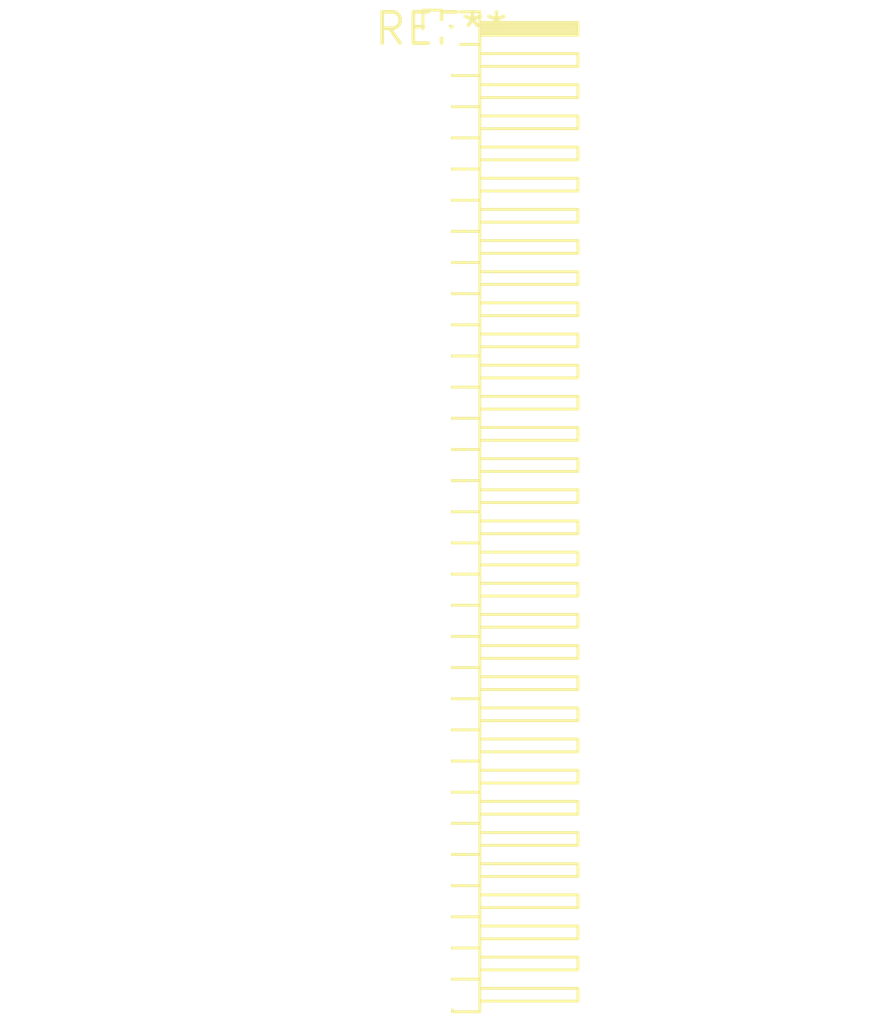
<source format=kicad_pcb>
(kicad_pcb (version 20240108) (generator pcbnew)
  (layers (0 "F.Cu" signal) (31 "B.Cu" signal) (34 "B.Paste" user) (35 "F.Paste" user) (36 "B.SilkS" user "B.Silkscreen") (37 "F.SilkS" user "F.Silkscreen") (38 "B.Mask" user) (39 "F.Mask" user) (44 "Edge.Cuts" user))
  (net 0 "")
  (footprint "PinHeader_1x32_P1.27mm_Horizontal" (layer "F.Cu") (at 0 0)
    (property "Reference" "REF**")
    (property "Value" "PinHeader_1x32_P1.27mm_Horizontal")
    (fp_line (start -0.76 -0.76) (end 0 -0.76) (layer "F.SilkS") (stroke (width 0.12)))
    (fp_line (start -0.76 0) (end -0.76 -0.76) (layer "F.SilkS") (stroke (width 0.12)))
    (fp_line (start 0.44 1.889677) (end 0.44 1.920323) (layer "F.SilkS") (stroke (width 0.12)))
    (fp_line (start 0.44 1.905) (end 1.56 1.905) (layer "F.SilkS") (stroke (width 0.12)))
    (fp_line (start 0.44 3.159677) (end 0.44 3.190323) (layer "F.SilkS") (stroke (width 0.12)))
    (fp_line (start 0.44 3.175) (end 1.56 3.175) (layer "F.SilkS") (stroke (width 0.12)))
    (fp_line (start 0.44 4.429677) (end 0.44 4.460323) (layer "F.SilkS") (stroke (width 0.12)))
    (fp_line (start 0.44 4.445) (end 1.56 4.445) (layer "F.SilkS") (stroke (width 0.12)))
    (fp_line (start 0.44 5.699677) (end 0.44 5.730323) (layer "F.SilkS") (stroke (width 0.12)))
    (fp_line (start 0.44 5.715) (end 1.56 5.715) (layer "F.SilkS") (stroke (width 0.12)))
    (fp_line (start 0.44 6.969677) (end 0.44 7.000323) (layer "F.SilkS") (stroke (width 0.12)))
    (fp_line (start 0.44 6.985) (end 1.56 6.985) (layer "F.SilkS") (stroke (width 0.12)))
    (fp_line (start 0.44 8.239677) (end 0.44 8.270323) (layer "F.SilkS") (stroke (width 0.12)))
    (fp_line (start 0.44 8.255) (end 1.56 8.255) (layer "F.SilkS") (stroke (width 0.12)))
    (fp_line (start 0.44 9.509677) (end 0.44 9.540323) (layer "F.SilkS") (stroke (width 0.12)))
    (fp_line (start 0.44 9.525) (end 1.56 9.525) (layer "F.SilkS") (stroke (width 0.12)))
    (fp_line (start 0.44 10.779677) (end 0.44 10.810323) (layer "F.SilkS") (stroke (width 0.12)))
    (fp_line (start 0.44 10.795) (end 1.56 10.795) (layer "F.SilkS") (stroke (width 0.12)))
    (fp_line (start 0.44 12.049677) (end 0.44 12.080323) (layer "F.SilkS") (stroke (width 0.12)))
    (fp_line (start 0.44 12.065) (end 1.56 12.065) (layer "F.SilkS") (stroke (width 0.12)))
    (fp_line (start 0.44 13.319677) (end 0.44 13.350323) (layer "F.SilkS") (stroke (width 0.12)))
    (fp_line (start 0.44 13.335) (end 1.56 13.335) (layer "F.SilkS") (stroke (width 0.12)))
    (fp_line (start 0.44 14.589677) (end 0.44 14.620323) (layer "F.SilkS") (stroke (width 0.12)))
    (fp_line (start 0.44 14.605) (end 1.56 14.605) (layer "F.SilkS") (stroke (width 0.12)))
    (fp_line (start 0.44 15.859677) (end 0.44 15.890323) (layer "F.SilkS") (stroke (width 0.12)))
    (fp_line (start 0.44 15.875) (end 1.56 15.875) (layer "F.SilkS") (stroke (width 0.12)))
    (fp_line (start 0.44 17.129677) (end 0.44 17.160323) (layer "F.SilkS") (stroke (width 0.12)))
    (fp_line (start 0.44 17.145) (end 1.56 17.145) (layer "F.SilkS") (stroke (width 0.12)))
    (fp_line (start 0.44 18.399677) (end 0.44 18.430323) (layer "F.SilkS") (stroke (width 0.12)))
    (fp_line (start 0.44 18.415) (end 1.56 18.415) (layer "F.SilkS") (stroke (width 0.12)))
    (fp_line (start 0.44 19.669677) (end 0.44 19.700323) (layer "F.SilkS") (stroke (width 0.12)))
    (fp_line (start 0.44 19.685) (end 1.56 19.685) (layer "F.SilkS") (stroke (width 0.12)))
    (fp_line (start 0.44 20.939677) (end 0.44 20.970323) (layer "F.SilkS") (stroke (width 0.12)))
    (fp_line (start 0.44 20.955) (end 1.56 20.955) (layer "F.SilkS") (stroke (width 0.12)))
    (fp_line (start 0.44 22.209677) (end 0.44 22.240323) (layer "F.SilkS") (stroke (width 0.12)))
    (fp_line (start 0.44 22.225) (end 1.56 22.225) (layer "F.SilkS") (stroke (width 0.12)))
    (fp_line (start 0.44 23.479677) (end 0.44 23.510323) (layer "F.SilkS") (stroke (width 0.12)))
    (fp_line (start 0.44 23.495) (end 1.56 23.495) (layer "F.SilkS") (stroke (width 0.12)))
    (fp_line (start 0.44 24.749677) (end 0.44 24.780323) (layer "F.SilkS") (stroke (width 0.12)))
    (fp_line (start 0.44 24.765) (end 1.56 24.765) (layer "F.SilkS") (stroke (width 0.12)))
    (fp_line (start 0.44 26.019677) (end 0.44 26.050323) (layer "F.SilkS") (stroke (width 0.12)))
    (fp_line (start 0.44 26.035) (end 1.56 26.035) (layer "F.SilkS") (stroke (width 0.12)))
    (fp_line (start 0.44 27.289677) (end 0.44 27.320323) (layer "F.SilkS") (stroke (width 0.12)))
    (fp_line (start 0.44 27.305) (end 1.56 27.305) (layer "F.SilkS") (stroke (width 0.12)))
    (fp_line (start 0.44 28.559677) (end 0.44 28.590323) (layer "F.SilkS") (stroke (width 0.12)))
    (fp_line (start 0.44 28.575) (end 1.56 28.575) (layer "F.SilkS") (stroke (width 0.12)))
    (fp_line (start 0.44 29.829677) (end 0.44 29.860323) (layer "F.SilkS") (stroke (width 0.12)))
    (fp_line (start 0.44 29.845) (end 1.56 29.845) (layer "F.SilkS") (stroke (width 0.12)))
    (fp_line (start 0.44 31.099677) (end 0.44 31.130323) (layer "F.SilkS") (stroke (width 0.12)))
    (fp_line (start 0.44 31.115) (end 1.56 31.115) (layer "F.SilkS") (stroke (width 0.12)))
    (fp_line (start 0.44 32.369677) (end 0.44 32.400323) (layer "F.SilkS") (stroke (width 0.12)))
    (fp_line (start 0.44 32.385) (end 1.56 32.385) (layer "F.SilkS") (stroke (width 0.12)))
    (fp_line (start 0.44 33.639677) (end 0.44 33.670323) (layer "F.SilkS") (stroke (width 0.12)))
    (fp_line (start 0.44 33.655) (end 1.56 33.655) (layer "F.SilkS") (stroke (width 0.12)))
    (fp_line (start 0.44 34.909677) (end 0.44 34.940323) (layer "F.SilkS") (stroke (width 0.12)))
    (fp_line (start 0.44 34.925) (end 1.56 34.925) (layer "F.SilkS") (stroke (width 0.12)))
    (fp_line (start 0.44 36.179677) (end 0.44 36.210323) (layer "F.SilkS") (stroke (width 0.12)))
    (fp_line (start 0.44 36.195) (end 1.56 36.195) (layer "F.SilkS") (stroke (width 0.12)))
    (fp_line (start 0.44 37.449677) (end 0.44 37.480323) (layer "F.SilkS") (stroke (width 0.12)))
    (fp_line (start 0.44 37.465) (end 1.56 37.465) (layer "F.SilkS") (stroke (width 0.12)))
    (fp_line (start 0.44 38.719677) (end 0.44 38.750323) (layer "F.SilkS") (stroke (width 0.12)))
    (fp_line (start 0.44 38.735) (end 1.56 38.735) (layer "F.SilkS") (stroke (width 0.12)))
    (fp_line (start 0.44 40.065) (end 0.44 39.989677) (layer "F.SilkS") (stroke (width 0.12)))
    (fp_line (start 0.76 -0.695) (end 1.56 -0.695) (layer "F.SilkS") (stroke (width 0.12)))
    (fp_line (start 0.76 0.635) (end 1.56 0.635) (layer "F.SilkS") (stroke (width 0.12)))
    (fp_line (start 1.56 -0.695) (end 1.56 40.065) (layer "F.SilkS") (stroke (width 0.12)))
    (fp_line (start 1.56 -0.26) (end 5.56 -0.26) (layer "F.SilkS") (stroke (width 0.12)))
    (fp_line (start 1.56 -0.2) (end 5.56 -0.2) (layer "F.SilkS") (stroke (width 0.12)))
    (fp_line (start 1.56 -0.08) (end 5.56 -0.08) (layer "F.SilkS") (stroke (width 0.12)))
    (fp_line (start 1.56 0.04) (end 5.56 0.04) (layer "F.SilkS") (stroke (width 0.12)))
    (fp_line (start 1.56 0.16) (end 5.56 0.16) (layer "F.SilkS") (stroke (width 0.12)))
    (fp_line (start 1.56 1.01) (end 5.56 1.01) (layer "F.SilkS") (stroke (width 0.12)))
    (fp_line (start 1.56 2.28) (end 5.56 2.28) (layer "F.SilkS") (stroke (width 0.12)))
    (fp_line (start 1.56 3.55) (end 5.56 3.55) (layer "F.SilkS") (stroke (width 0.12)))
    (fp_line (start 1.56 4.82) (end 5.56 4.82) (layer "F.SilkS") (stroke (width 0.12)))
    (fp_line (start 1.56 6.09) (end 5.56 6.09) (layer "F.SilkS") (stroke (width 0.12)))
    (fp_line (start 1.56 7.36) (end 5.56 7.36) (layer "F.SilkS") (stroke (width 0.12)))
    (fp_line (start 1.56 8.63) (end 5.56 8.63) (layer "F.SilkS") (stroke (width 0.12)))
    (fp_line (start 1.56 9.9) (end 5.56 9.9) (layer "F.SilkS") (stroke (width 0.12)))
    (fp_line (start 1.56 11.17) (end 5.56 11.17) (layer "F.SilkS") (stroke (width 0.12)))
    (fp_line (start 1.56 12.44) (end 5.56 12.44) (layer "F.SilkS") (stroke (width 0.12)))
    (fp_line (start 1.56 13.71) (end 5.56 13.71) (layer "F.SilkS") (stroke (width 0.12)))
    (fp_line (start 1.56 14.98) (end 5.56 14.98) (layer "F.SilkS") (stroke (width 0.12)))
    (fp_line (start 1.56 16.25) (end 5.56 16.25) (layer "F.SilkS") (stroke (width 0.12)))
    (fp_line (start 1.56 17.52) (end 5.56 17.52) (layer "F.SilkS") (stroke (width 0.12)))
    (fp_line (start 1.56 18.79) (end 5.56 18.79) (layer "F.SilkS") (stroke (width 0.12)))
    (fp_line (start 1.56 20.06) (end 5.56 20.06) (layer "F.SilkS") (stroke (width 0.12)))
    (fp_line (start 1.56 21.33) (end 5.56 21.33) (layer "F.SilkS") (stroke (width 0.12)))
    (fp_line (start 1.56 22.6) (end 5.56 22.6) (layer "F.SilkS") (stroke (width 0.12)))
    (fp_line (start 1.56 23.87) (end 5.56 23.87) (layer "F.SilkS") (stroke (width 0.12)))
    (fp_line (start 1.56 25.14) (end 5.56 25.14) (layer "F.SilkS") (stroke (width 0.12)))
    (fp_line (start 1.56 26.41) (end 5.56 26.41) (layer "F.SilkS") (stroke (width 0.12)))
    (fp_line (start 1.56 27.68) (end 5.56 27.68) (layer "F.SilkS") (stroke (width 0.12)))
    (fp_line (start 1.56 28.95) (end 5.56 28.95) (layer "F.SilkS") (stroke (width 0.12)))
    (fp_line (start 1.56 30.22) (end 5.56 30.22) (layer "F.SilkS") (stroke (width 0.12)))
    (fp_line (start 1.56 31.49) (end 5.56 31.49) (layer "F.SilkS") (stroke (width 0.12)))
    (fp_line (start 1.56 32.76) (end 5.56 32.76) (layer "F.SilkS") (stroke (width 0.12)))
    (fp_line (start 1.56 34.03) (end 5.56 34.03) (layer "F.SilkS") (stroke (width 0.12)))
    (fp_line (start 1.56 35.3) (end 5.56 35.3) (layer "F.SilkS") (stroke (width 0.12)))
    (fp_line (start 1.56 36.57) (end 5.56 36.57) (layer "F.SilkS") (stroke (width 0.12)))
    (fp_line (start 1.56 37.84) (end 5.56 37.84) (layer "F.SilkS") (stroke (width 0.12)))
    (fp_line (start 1.56 39.11) (end 5.56 39.11) (layer "F.SilkS") (stroke (width 0.12)))
    (fp_line (start 1.56 40.065) (end 0.44 40.065) (layer "F.SilkS") (stroke (width 0.12)))
    (fp_line (start 5.56 -0.26) (end 5.56 0.26) (layer "F.SilkS") (stroke (width 0.12)))
    (fp_line (start 5.56 0.26) (end 1.56 0.26) (layer "F.SilkS") (stroke (width 0.12)))
    (fp_line (start 5.56 1.01) (end 5.56 1.53) (layer "F.SilkS") (stroke (width 0.12)))
    (fp_line (start 5.56 1.53) (end 1.56 1.53) (layer "F.SilkS") (stroke (width 0.12)))
    (fp_line (start 5.56 2.28) (end 5.56 2.8) (layer "F.SilkS") (stroke (width 0.12)))
    (fp_line (start 5.56 2.8) (end 1.56 2.8) (layer "F.SilkS") (stroke (width 0.12)))
    (fp_line (start 5.56 3.55) (end 5.56 4.07) (layer "F.SilkS") (stroke (width 0.12)))
    (fp_line (start 5.56 4.07) (end 1.56 4.07) (layer "F.SilkS") (stroke (width 0.12)))
    (fp_line (start 5.56 4.82) (end 5.56 5.34) (layer "F.SilkS") (stroke (width 0.12)))
    (fp_line (start 5.56 5.34) (end 1.56 5.34) (layer "F.SilkS") (stroke (width 0.12)))
    (fp_line (start 5.56 6.09) (end 5.56 6.61) (layer "F.SilkS") (stroke (width 0.12)))
    (fp_line (start 5.56 6.61) (end 1.56 6.61) (layer "F.SilkS") (stroke (width 0.12)))
    (fp_line (start 5.56 7.36) (end 5.56 7.88) (layer "F.SilkS") (stroke (width 0.12)))
    (fp_line (start 5.56 7.88) (end 1.56 7.88) (layer "F.SilkS") (stroke (width 0.12)))
    (fp_line (start 5.56 8.63) (end 5.56 9.15) (layer "F.SilkS") (stroke (width 0.12)))
    (fp_line (start 5.56 9.15) (end 1.56 9.15) (layer "F.SilkS") (stroke (width 0.12)))
    (fp_line (start 5.56 9.9) (end 5.56 10.42) (layer "F.SilkS") (stroke (width 0.12)))
    (fp_line (start 5.56 10.42) (end 1.56 10.42) (layer "F.SilkS") (stroke (width 0.12)))
    (fp_line (start 5.56 11.17) (end 5.56 11.69) (layer "F.SilkS") (stroke (width 0.12)))
    (fp_line (start 5.56 11.69) (end 1.56 11.69) (layer "F.SilkS") (stroke (width 0.12)))
    (fp_line (start 5.56 12.44) (end 5.56 12.96) (layer "F.SilkS") (stroke (width 0.12)))
    (fp_line (start 5.56 12.96) (end 1.56 12.96) (layer "F.SilkS") (stroke (width 0.12)))
    (fp_line (start 5.56 13.71) (end 5.56 14.23) (layer "F.SilkS") (stroke (width 0.12)))
    (fp_line (start 5.56 14.23) (end 1.56 14.23) (layer "F.SilkS") (stroke (width 0.12)))
    (fp_line (start 5.56 14.98) (end 5.56 15.5) (layer "F.SilkS") (stroke (width 0.12)))
    (fp_line (start 5.56 15.5) (end 1.56 15.5) (layer "F.SilkS") (stroke (width 0.12)))
    (fp_line (start 5.56 16.25) (end 5.56 16.77) (layer "F.SilkS") (stroke (width 0.12)))
    (fp_line (start 5.56 16.77) (end 1.56 16.77) (layer "F.SilkS") (stroke (width 0.12)))
    (fp_line (start 5.56 17.52) (end 5.56 18.04) (layer "F.SilkS") (stroke (width 0.12)))
    (fp_line (start 5.56 18.04) (end 1.56 18.04) (layer "F.SilkS") (stroke (width 0.12)))
    (fp_line (start 5.56 18.79) (end 5.56 19.31) (layer "F.SilkS") (stroke (width 0.12)))
    (fp_line (start 5.56 19.31) (end 1.56 19.31) (layer "F.SilkS") (stroke (width 0.12)))
    (fp_line (start 5.56 20.06) (end 5.56 20.58) (layer "F.SilkS") (stroke (width 0.12)))
    (fp_line (start 5.56 20.58) (end 1.56 20.58) (layer "F.SilkS") (stroke (width 0.12)))
    (fp_line (start 5.56 21.33) (end 5.56 21.85) (layer "F.SilkS") (stroke (width 0.12)))
    (fp_line (start 5.56 21.85) (end 1.56 21.85) (layer "F.SilkS") (stroke (width 0.12)))
    (fp_line (start 5.56 22.6) (end 5.56 23.12) (layer "F.SilkS") (stroke (width 0.12)))
    (fp_line (start 5.56 23.12) (end 1.56 23.12) (layer "F.SilkS") (stroke (width 0.12)))
    (fp_line (start 5.56 23.87) (end 5.56 24.39) (layer "F.SilkS") (stroke (width 0.12)))
    (fp_line (start 5.56 24.39) (end 1.56 24.39) (layer "F.SilkS") (stroke (width 0.12)))
    (fp_line (start 5.56 25.14) (end 5.56 25.66) (layer "F.SilkS") (stroke (width 0.12)))
    (fp_line (start 5.56 25.66) (end 1.56 25.66) (layer "F.SilkS") (stroke (width 0.12)))
    (fp_line (start 5.56 26.41) (end 5.56 26.93) (layer "F.SilkS") (stroke (width 0.12)))
    (fp_line (start 5.56 26.93) (end 1.56 26.93) (layer "F.SilkS") (stroke (width 0.12)))
    (fp_line (start 5.56 27.68) (end 5.56 28.2) (layer "F.SilkS") (stroke (width 0.12)))
    (fp_line (start 5.56 28.2) (end 1.56 28.2) (layer "F.SilkS") (stroke (width 0.12)))
    (fp_line (start 5.56 28.95) (end 5.56 29.47) (layer "F.SilkS") (stroke (width 0.12)))
    (fp_line (start 5.56 29.47) (end 1.56 29.47) (layer "F.SilkS") (stroke (width 0.12)))
    (fp_line (start 5.56 30.22) (end 5.56 30.74) (layer "F.SilkS") (stroke (width 0.12)))
    (fp_line (start 5.56 30.74) (end 1.56 30.74) (layer "F.SilkS") (stroke (width 0.12)))
    (fp_line (start 5.56 31.49) (end 5.56 32.01) (layer "F.SilkS") (stroke (width 0.12)))
    (fp_line (start 5.56 32.01) (end 1.56 32.01) (layer "F.SilkS") (stroke (width 0.12)))
    (fp_line (start 5.56 32.76) (end 5.56 33.28) (layer "F.SilkS") (stroke (width 0.12)))
    (fp_line (start 5.56 33.28) (end 1.56 33.28) (layer "F.SilkS") (stroke (width 0.12)))
    (fp_line (start 5.56 34.03) (end 5.56 34.55) (layer "F.SilkS") (stroke (width 0.12)))
    (fp_line (start 5.56 34.55) (end 1.56 34.55) (layer "F.SilkS") (stroke (width 0.12)))
    (fp_line (start 5.56 35.3) (end 5.56 35.82) (layer "F.SilkS") (stroke (width 0.12)))
    (fp_line (start 5.56 35.82) (end 1.56 35.82) (layer "F.SilkS") (stroke (width 0.12)))
    (fp_line (start 5.56 36.57) (end 5.56 37.09) (layer "F.SilkS") (stroke (width 0.12)))
    (fp_line (start 5.56 37.09) (end 1.56 37.09) (layer "F.SilkS") (stroke (width 0.12)))
    (fp_line (start 5.56 37.84) (end 5.56 38.36) (layer "F.SilkS") (stroke (width 0.12)))
    (fp_line (start 5.56 38.36) (end 1.56 38.36) (layer "F.SilkS") (stroke (width 0.12)))
    (fp_line (start 5.56 39.11) (end 5.56 39.63) (layer "F.SilkS") (stroke (width 0.12)))
    (fp_line (start 5.56 39.63) (end 1.56 39.63) (layer "F.SilkS") (stroke (width 0.12)))
    (pad "1" thru_hole rect (at 0 0) (size 1 1) (drill 0.65) (layers *.Cu *.Mask) (remove_unused_layers))
    (pad "2" thru_hole oval (at 0 1.27) (size 1 1) (drill 0.65) (layers *.Cu *.Mask) (remove_unused_layers))
    (pad "3" thru_hole oval (at 0 2.54) (size 1 1) (drill 0.65) (layers *.Cu *.Mask) (remove_unused_layers))
    (pad "4" thru_hole oval (at 0 3.81) (size 1 1) (drill 0.65) (layers *.Cu *.Mask) (remove_unused_layers))
    (pad "5" thru_hole oval (at 0 5.08) (size 1 1) (drill 0.65) (layers *.Cu *.Mask) (remove_unused_layers))
    (pad "6" thru_hole oval (at 0 6.35) (size 1 1) (drill 0.65) (layers *.Cu *.Mask) (remove_unused_layers))
    (pad "7" thru_hole oval (at 0 7.62) (size 1 1) (drill 0.65) (layers *.Cu *.Mask) (remove_unused_layers))
    (pad "8" thru_hole oval (at 0 8.89) (size 1 1) (drill 0.65) (layers *.Cu *.Mask) (remove_unused_layers))
    (pad "9" thru_hole oval (at 0 10.16) (size 1 1) (drill 0.65) (layers *.Cu *.Mask) (remove_unused_layers))
    (pad "10" thru_hole oval (at 0 11.43) (size 1 1) (drill 0.65) (layers *.Cu *.Mask) (remove_unused_layers))
    (pad "11" thru_hole oval (at 0 12.7) (size 1 1) (drill 0.65) (layers *.Cu *.Mask) (remove_unused_layers))
    (pad "12" thru_hole oval (at 0 13.97) (size 1 1) (drill 0.65) (layers *.Cu *.Mask) (remove_unused_layers))
    (pad "13" thru_hole oval (at 0 15.24) (size 1 1) (drill 0.65) (layers *.Cu *.Mask) (remove_unused_layers))
    (pad "14" thru_hole oval (at 0 16.51) (size 1 1) (drill 0.65) (layers *.Cu *.Mask) (remove_unused_layers))
    (pad "15" thru_hole oval (at 0 17.78) (size 1 1) (drill 0.65) (layers *.Cu *.Mask) (remove_unused_layers))
    (pad "16" thru_hole oval (at 0 19.05) (size 1 1) (drill 0.65) (layers *.Cu *.Mask) (remove_unused_layers))
    (pad "17" thru_hole oval (at 0 20.32) (size 1 1) (drill 0.65) (layers *.Cu *.Mask) (remove_unused_layers))
    (pad "18" thru_hole oval (at 0 21.59) (size 1 1) (drill 0.65) (layers *.Cu *.Mask) (remove_unused_layers))
    (pad "19" thru_hole oval (at 0 22.86) (size 1 1) (drill 0.65) (layers *.Cu *.Mask) (remove_unused_layers))
    (pad "20" thru_hole oval (at 0 24.13) (size 1 1) (drill 0.65) (layers *.Cu *.Mask) (remove_unused_layers))
    (pad "21" thru_hole oval (at 0 25.4) (size 1 1) (drill 0.65) (layers *.Cu *.Mask) (remove_unused_layers))
    (pad "22" thru_hole oval (at 0 26.67) (size 1 1) (drill 0.65) (layers *.Cu *.Mask) (remove_unused_layers))
    (pad "23" thru_hole oval (at 0 27.94) (size 1 1) (drill 0.65) (layers *.Cu *.Mask) (remove_unused_layers))
    (pad "24" thru_hole oval (at 0 29.21) (size 1 1) (drill 0.65) (layers *.Cu *.Mask) (remove_unused_layers))
    (pad "25" thru_hole oval (at 0 30.48) (size 1 1) (drill 0.65) (layers *.Cu *.Mask) (remove_unused_layers))
    (pad "26" thru_hole oval (at 0 31.75) (size 1 1) (drill 0.65) (layers *.Cu *.Mask) (remove_unused_layers))
    (pad "27" thru_hole oval (at 0 33.02) (size 1 1) (drill 0.65) (layers *.Cu *.Mask) (remove_unused_layers))
    (pad "28" thru_hole oval (at 0 34.29) (size 1 1) (drill 0.65) (layers *.Cu *.Mask) (remove_unused_layers))
    (pad "29" thru_hole oval (at 0 35.56) (size 1 1) (drill 0.65) (layers *.Cu *.Mask) (remove_unused_layers))
    (pad "30" thru_hole oval (at 0 36.83) (size 1 1) (drill 0.65) (layers *.Cu *.Mask) (remove_unused_layers))
    (pad "31" thru_hole oval (at 0 38.1) (size 1 1) (drill 0.65) (layers *.Cu *.Mask) (remove_unused_layers))
    (pad "32" thru_hole oval (at 0 39.37) (size 1 1) (drill 0.65) (layers *.Cu *.Mask) (remove_unused_layers))
  )
)
</source>
